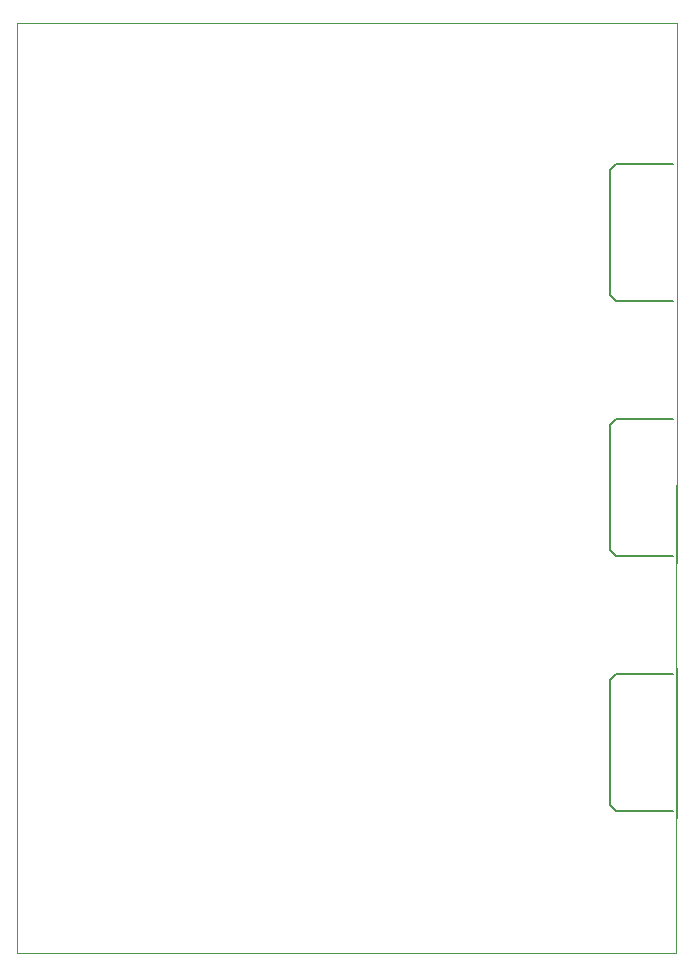
<source format=gbo>
G75*
G70*
%OFA0B0*%
%FSLAX24Y24*%
%IPPOS*%
%LPD*%
%AMOC8*
5,1,8,0,0,1.08239X$1,22.5*
%
%ADD10C,0.0000*%
%ADD11C,0.0060*%
D10*
X000101Y000101D02*
X000101Y031101D01*
X022101Y031101D01*
X022093Y000101D01*
X000101Y000101D01*
X022101Y004601D02*
X022101Y009601D01*
X022101Y013101D02*
X022101Y018101D01*
X022101Y021601D02*
X022101Y026601D01*
D11*
X021983Y026384D02*
X020093Y026384D01*
X019896Y026187D01*
X019896Y022014D01*
X020093Y021817D01*
X021983Y021817D01*
X021983Y017884D02*
X020093Y017884D01*
X019896Y017687D01*
X019896Y013514D01*
X020093Y013317D01*
X021983Y013317D01*
X021983Y009384D02*
X020093Y009384D01*
X019896Y009187D01*
X019896Y005014D01*
X020093Y004817D01*
X021983Y004817D01*
M02*

</source>
